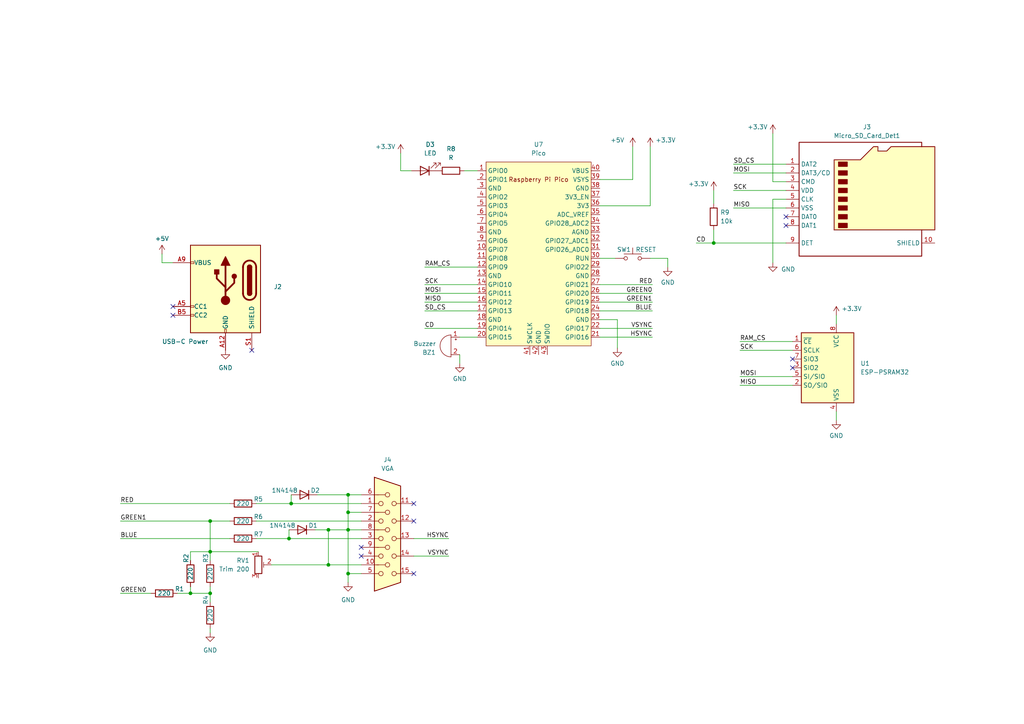
<source format=kicad_sch>
(kicad_sch (version 20230121) (generator eeschema)
  (paper "A4")
  (lib_symbols
    (symbol "Connector:DE15_Receptacle_HighDensity" (pin_names (offset 1.016) hide)
      (property "Reference" "J" (at 0 21.59 0))
      (property "Value" "DE15_Receptacle_HighDensity" (at 0 19.05 0))
      (symbol "DE15_Receptacle_HighDensity_0_1"
        (circle (center -1.905 -10.16) (radius 0.635))
        (circle (center -1.905 -5.08) (radius 0.635))
        (circle (center -1.905 0) (radius 0.635))
        (circle (center -1.905 5.08) (radius 0.635))
        (circle (center -1.905 10.16) (radius 0.635))
        (circle (center 0 -7.62) (radius 0.635))
        (circle (center 0 -2.54) (radius 0.635))
        (polyline (pts (xy -3.175 7.62) (xy -0.635 7.62)))
        (polyline (pts (xy -0.635 -7.62) (xy -3.175 -7.62)))
        (polyline (pts (xy -0.635 -2.54) (xy -3.175 -2.54)))
        (polyline (pts (xy -0.635 2.54) (xy -3.175 2.54)))
        (polyline (pts (xy -0.635 12.7) (xy -3.175 12.7)))
        (polyline (pts (xy -3.81 17.78) (xy -3.81 -15.24) (xy 3.81 -12.7) (xy 3.81 15.24) (xy -3.81 17.78)) (stroke (width 0.254)) (fill (type background)))
        (circle (center 0 2.54) (radius 0.635))
        (circle (center 0 7.62) (radius 0.635))
        (circle (center 0 12.7) (radius 0.635))
        (circle (center 1.905 -10.16) (radius 0.635))
        (circle (center 1.905 -5.08) (radius 0.635))
        (circle (center 1.905 0) (radius 0.635))
        (circle (center 1.905 5.08) (radius 0.635))
        (circle (center 1.905 10.16) (radius 0.635))
      )
      (symbol "DE15_Receptacle_HighDensity_1_1"
        (pin passive line (at -7.62 10.16 0) (length 5.08) (name "~") (number "1"))
        (pin passive line (at -7.62 -7.62 0) (length 5.08) (name "~") (number "10"))
        (pin passive line (at 7.62 10.16 180) (length 5.08) (name "~") (number "11"))
        (pin passive line (at 7.62 5.08 180) (length 5.08) (name "~") (number "12"))
        (pin passive line (at 7.62 0 180) (length 5.08) (name "~") (number "13"))
        (pin passive line (at 7.62 -5.08 180) (length 5.08) (name "~") (number "14"))
        (pin passive line (at 7.62 -10.16 180) (length 5.08) (name "~") (number "15"))
        (pin passive line (at -7.62 5.08 0) (length 5.08) (name "~") (number "2"))
        (pin passive line (at -7.62 0 0) (length 5.08) (name "~") (number "3"))
        (pin passive line (at -7.62 -5.08 0) (length 5.08) (name "~") (number "4"))
        (pin passive line (at -7.62 -10.16 0) (length 5.08) (name "~") (number "5"))
        (pin passive line (at -7.62 12.7 0) (length 5.08) (name "~") (number "6"))
        (pin passive line (at -7.62 7.62 0) (length 5.08) (name "~") (number "7"))
        (pin passive line (at -7.62 2.54 0) (length 5.08) (name "~") (number "8"))
        (pin passive line (at -7.62 -2.54 0) (length 5.08) (name "~") (number "9"))
      )
    )
    (symbol "Connector:Micro_SD_Card_Det1"
      (property "Reference" "J" (at -16.51 17.78 0))
      (property "Value" "Micro_SD_Card_Det1" (at 16.51 17.78 0))
      (symbol "Micro_SD_Card_Det1_0_1"
        (rectangle (start -7.62 -6.985) (end -5.08 -8.255) (stroke (width 0.254)) (fill (type outline)))
        (rectangle (start -7.62 -4.445) (end -5.08 -5.715) (stroke (width 0.254)) (fill (type outline)))
        (rectangle (start -7.62 -1.905) (end -5.08 -3.175) (stroke (width 0.254)) (fill (type outline)))
        (rectangle (start -7.62 0.635) (end -5.08 -0.635) (stroke (width 0.254)) (fill (type outline)))
        (rectangle (start -7.62 3.175) (end -5.08 1.905) (stroke (width 0.254)) (fill (type outline)))
        (rectangle (start -7.62 5.715) (end -5.08 4.445) (stroke (width 0.254)) (fill (type outline)))
        (rectangle (start -7.62 8.255) (end -5.08 6.985) (stroke (width 0.254)) (fill (type outline)))
        (rectangle (start -7.62 10.795) (end -5.08 9.525) (stroke (width 0.254)) (fill (type outline)))
        (polyline (pts (xy 16.51 15.24) (xy 16.51 16.51) (xy -19.05 16.51) (xy -19.05 -16.51) (xy 16.51 -16.51) (xy 16.51 -8.89)) (stroke (width 0.254)))
        (polyline (pts (xy -8.89 -8.89) (xy -8.89 11.43) (xy -1.27 11.43) (xy 2.54 15.24) (xy 3.81 15.24) (xy 3.81 13.97) (xy 6.35 13.97) (xy 7.62 15.24) (xy 20.32 15.24) (xy 20.32 -8.89) (xy -8.89 -8.89)) (stroke (width 0.254)) (fill (type background)))
      )
      (symbol "Micro_SD_Card_Det1_1_1"
        (pin bidirectional line (at -22.86 10.16 0) (length 3.81) (name "DAT2") (number "1"))
        (pin passive line (at 20.32 -12.7 180) (length 3.81) (name "SHIELD") (number "10"))
        (pin bidirectional line (at -22.86 7.62 0) (length 3.81) (name "DAT3/CD") (number "2"))
        (pin input line (at -22.86 5.08 0) (length 3.81) (name "CMD") (number "3"))
        (pin power_in line (at -22.86 2.54 0) (length 3.81) (name "VDD") (number "4"))
        (pin input line (at -22.86 0 0) (length 3.81) (name "CLK") (number "5"))
        (pin power_in line (at -22.86 -2.54 0) (length 3.81) (name "VSS") (number "6"))
        (pin bidirectional line (at -22.86 -5.08 0) (length 3.81) (name "DAT0") (number "7"))
        (pin bidirectional line (at -22.86 -7.62 0) (length 3.81) (name "DAT1") (number "8"))
        (pin passive line (at -22.86 -12.7 0) (length 3.81) (name "DET") (number "9"))
      )
    )
    (symbol "Connector:USB_C_Receptacle_PowerOnly_6P" (pin_names (offset 1.016))
      (property "Reference" "J" (at 0 16.51 0))
      (property "Value" "USB_C_Receptacle_PowerOnly_6P" (at 0 13.97 0))
      (symbol "USB_C_Receptacle_PowerOnly_6P_0_0"
        (rectangle (start -0.254 -12.7) (end 0.254 -11.684))
        (rectangle (start 10.16 -7.366) (end 9.144 -7.874))
        (rectangle (start 10.16 -4.826) (end 9.144 -5.334))
        (rectangle (start 10.16 7.874) (end 9.144 7.366))
      )
      (symbol "USB_C_Receptacle_PowerOnly_6P_0_1"
        (rectangle (start -10.16 12.7) (end 10.16 -12.7) (stroke (width 0.254)) (fill (type background)))
        (arc (start -8.89 -1.27) (mid -6.985 -3.1667) (end -5.08 -1.27) (stroke (width 0.508)))
        (arc (start -7.62 -1.27) (mid -6.985 -1.9023) (end -6.35 -1.27) (stroke (width 0.254)))
        (arc (start -7.62 -1.27) (mid -6.985 -1.9023) (end -6.35 -1.27) (stroke (width 0.254)) (fill (type outline)))
        (rectangle (start -7.62 -1.27) (end -6.35 6.35) (stroke (width 0.254)) (fill (type outline)))
        (arc (start -6.35 6.35) (mid -6.985 6.9823) (end -7.62 6.35) (stroke (width 0.254)))
        (arc (start -6.35 6.35) (mid -6.985 6.9823) (end -7.62 6.35) (stroke (width 0.254)) (fill (type outline)))
        (arc (start -5.08 6.35) (mid -6.985 8.2467) (end -8.89 6.35) (stroke (width 0.508)))
        (circle (center -2.54 3.683) (radius 0.635) (stroke (width 0.254)) (fill (type outline)))
        (circle (center 0 -3.302) (radius 1.27) (fill (type outline)))
        (polyline (pts (xy -8.89 -1.27) (xy -8.89 6.35)) (stroke (width 0.508)))
        (polyline (pts (xy -5.08 6.35) (xy -5.08 -1.27)) (stroke (width 0.508)))
        (polyline (pts (xy 0 -3.302) (xy 0 6.858)) (stroke (width 0.508)))
        (polyline (pts (xy 0 -0.762) (xy -2.54 1.778) (xy -2.54 3.048)) (stroke (width 0.508)))
        (polyline (pts (xy 0 0.508) (xy 2.54 3.048) (xy 2.54 4.318)) (stroke (width 0.508)))
        (polyline (pts (xy -1.27 6.858) (xy 0 9.398) (xy 1.27 6.858) (xy -1.27 6.858)) (stroke (width 0.254)) (fill (type outline)))
        (rectangle (start 1.905 4.318) (end 3.175 5.588) (stroke (width 0.254)) (fill (type outline)))
      )
      (symbol "USB_C_Receptacle_PowerOnly_6P_1_1"
        (pin passive line (at 0 -17.78 90) (length 5.08) (name "GND") (number "A12"))
        (pin bidirectional line (at 15.24 -5.08 180) (length 5.08) (name "CC1") (number "A5"))
        (pin passive line (at 15.24 7.62 180) (length 5.08) (name "VBUS") (number "A9"))
        (pin passive line (at 0 -17.78 90) (length 5.08) hide (name "GND") (number "B12"))
        (pin bidirectional line (at 15.24 -7.62 180) (length 5.08) (name "CC2") (number "B5"))
        (pin passive line (at 15.24 7.62 180) (length 5.08) hide (name "VBUS") (number "B9"))
        (pin passive line (at -7.62 -17.78 90) (length 5.08) (name "SHIELD") (number "S1"))
      )
    )
    (symbol "Device:Buzzer" (pin_names (offset 0.0254) hide)
      (property "Reference" "BZ" (at 3.81 1.27 0))
      (property "Value" "Buzzer" (at 3.81 -1.27 0))
      (symbol "Buzzer_0_1"
        (arc (start 0 -3.175) (mid 3.1612 0) (end 0 3.175))
        (polyline (pts (xy -1.651 1.905) (xy -1.143 1.905)))
        (polyline (pts (xy -1.397 2.159) (xy -1.397 1.651)))
        (polyline (pts (xy 0 3.175) (xy 0 -3.175)))
      )
      (symbol "Buzzer_1_1"
        (pin passive line (at -2.54 2.54 0) (length 2.54) (name "-") (number "1"))
        (pin passive line (at -2.54 -2.54 0) (length 2.54) (name "+") (number "2"))
      )
    )
    (symbol "Device:LED" (pin_numbers hide) (pin_names (offset 1.016) hide)
      (property "Reference" "D" (at 0 2.54 0))
      (property "Value" "LED" (at 0 -2.54 0))
      (symbol "LED_0_1"
        (polyline (pts (xy -1.27 -1.27) (xy -1.27 1.27)) (stroke (width 0.254)))
        (polyline (pts (xy -1.27 0) (xy 1.27 0)))
        (polyline (pts (xy 1.27 -1.27) (xy 1.27 1.27) (xy -1.27 0) (xy 1.27 -1.27)) (stroke (width 0.254)))
        (polyline (pts (xy -3.048 -0.762) (xy -4.572 -2.286) (xy -3.81 -2.286) (xy -4.572 -2.286) (xy -4.572 -1.524)))
        (polyline (pts (xy -1.778 -0.762) (xy -3.302 -2.286) (xy -2.54 -2.286) (xy -3.302 -2.286) (xy -3.302 -1.524)))
      )
      (symbol "LED_1_1"
        (pin passive line (at -3.81 0 0) (length 2.54) (name "K") (number "1"))
        (pin passive line (at 3.81 0 180) (length 2.54) (name "A") (number "2"))
      )
    )
    (symbol "Device:R" (pin_numbers hide) (pin_names (offset 0))
      (property "Reference" "R" (at 2.032 0 90))
      (property "Value" "R" (at 0 0 90))
      (symbol "R_0_1"
        (rectangle (start -1.016 -2.54) (end 1.016 2.54) (stroke (width 0.254)))
      )
      (symbol "R_1_1"
        (pin passive line (at 0 3.81 270) (length 1.27) (name "~") (number "1"))
        (pin passive line (at 0 -3.81 90) (length 1.27) (name "~") (number "2"))
      )
    )
    (symbol "Device:R_Potentiometer_Trim" (pin_names (offset 1.016) hide)
      (property "Reference" "RV" (at -4.445 0 90))
      (property "Value" "R_Potentiometer_Trim" (at -2.54 0 90))
      (symbol "R_Potentiometer_Trim_0_1"
        (polyline (pts (xy 1.524 0.762) (xy 1.524 -0.762)))
        (polyline (pts (xy 2.54 0) (xy 1.524 0)))
        (rectangle (start 1.016 2.54) (end -1.016 -2.54) (stroke (width 0.254)))
      )
      (symbol "R_Potentiometer_Trim_1_1"
        (pin passive line (at 0 3.81 270) (length 1.27) (name "1") (number "1"))
        (pin passive line (at 3.81 0 180) (length 1.27) (name "2") (number "2"))
        (pin passive line (at 0 -3.81 90) (length 1.27) (name "3") (number "3"))
      )
    )
    (symbol "Diode:1N4148" (pin_numbers hide) (pin_names hide)
      (property "Reference" "D" (at 0 2.54 0))
      (property "Value" "1N4148" (at 0 -2.54 0))
      (symbol "1N4148_0_1"
        (polyline (pts (xy -1.27 1.27) (xy -1.27 -1.27)) (stroke (width 0.254)))
        (polyline (pts (xy 1.27 0) (xy -1.27 0)))
        (polyline (pts (xy 1.27 1.27) (xy 1.27 -1.27) (xy -1.27 0) (xy 1.27 1.27)) (stroke (width 0.254)))
      )
      (symbol "1N4148_1_1"
        (pin passive line (at -3.81 0 0) (length 2.54) (name "K") (number "1"))
        (pin passive line (at 3.81 0 180) (length 2.54) (name "A") (number "2"))
      )
    )
    (symbol "MCU_RaspberryPi_and_Boards:Pico"
      (property "Reference" "U" (at -13.97 27.94 0))
      (property "Value" "Pico" (at 0 19.05 0))
      (symbol "Pico_0_0"
        (text "Raspberry Pi Pico" (at 0 21.59 0) (effects (font (size 1.27 1.27))))
      )
      (symbol "Pico_0_1"
        (rectangle (start -15.24 26.67) (end 15.24 -26.67) (fill (type background)))
      )
      (symbol "Pico_1_1"
        (pin bidirectional line (at -17.78 24.13 0) (length 2.54) (name "GPIO0") (number "1"))
        (pin bidirectional line (at -17.78 1.27 0) (length 2.54) (name "GPIO7") (number "10"))
        (pin bidirectional line (at -17.78 -1.27 0) (length 2.54) (name "GPIO8") (number "11"))
        (pin bidirectional line (at -17.78 -3.81 0) (length 2.54) (name "GPIO9") (number "12"))
        (pin power_in line (at -17.78 -6.35 0) (length 2.54) (name "GND") (number "13"))
        (pin bidirectional line (at -17.78 -8.89 0) (length 2.54) (name "GPIO10") (number "14"))
        (pin bidirectional line (at -17.78 -11.43 0) (length 2.54) (name "GPIO11") (number "15"))
        (pin bidirectional line (at -17.78 -13.97 0) (length 2.54) (name "GPIO12") (number "16"))
        (pin bidirectional line (at -17.78 -16.51 0) (length 2.54) (name "GPIO13") (number "17"))
        (pin power_in line (at -17.78 -19.05 0) (length 2.54) (name "GND") (number "18"))
        (pin bidirectional line (at -17.78 -21.59 0) (length 2.54) (name "GPIO14") (number "19"))
        (pin bidirectional line (at -17.78 21.59 0) (length 2.54) (name "GPIO1") (number "2"))
        (pin bidirectional line (at -17.78 -24.13 0) (length 2.54) (name "GPIO15") (number "20"))
        (pin bidirectional line (at 17.78 -24.13 180) (length 2.54) (name "GPIO16") (number "21"))
        (pin bidirectional line (at 17.78 -21.59 180) (length 2.54) (name "GPIO17") (number "22"))
        (pin power_in line (at 17.78 -19.05 180) (length 2.54) (name "GND") (number "23"))
        (pin bidirectional line (at 17.78 -16.51 180) (length 2.54) (name "GPIO18") (number "24"))
        (pin bidirectional line (at 17.78 -13.97 180) (length 2.54) (name "GPIO19") (number "25"))
        (pin bidirectional line (at 17.78 -11.43 180) (length 2.54) (name "GPIO20") (number "26"))
        (pin bidirectional line (at 17.78 -8.89 180) (length 2.54) (name "GPIO21") (number "27"))
        (pin power_in line (at 17.78 -6.35 180) (length 2.54) (name "GND") (number "28"))
        (pin bidirectional line (at 17.78 -3.81 180) (length 2.54) (name "GPIO22") (number "29"))
        (pin power_in line (at -17.78 19.05 0) (length 2.54) (name "GND") (number "3"))
        (pin input line (at 17.78 -1.27 180) (length 2.54) (name "RUN") (number "30"))
        (pin bidirectional line (at 17.78 1.27 180) (length 2.54) (name "GPIO26_ADC0") (number "31"))
        (pin bidirectional line (at 17.78 3.81 180) (length 2.54) (name "GPIO27_ADC1") (number "32"))
        (pin power_in line (at 17.78 6.35 180) (length 2.54) (name "AGND") (number "33"))
        (pin bidirectional line (at 17.78 8.89 180) (length 2.54) (name "GPIO28_ADC2") (number "34"))
        (pin power_in line (at 17.78 11.43 180) (length 2.54) (name "ADC_VREF") (number "35"))
        (pin power_in line (at 17.78 13.97 180) (length 2.54) (name "3V3") (number "36"))
        (pin input line (at 17.78 16.51 180) (length 2.54) (name "3V3_EN") (number "37"))
        (pin bidirectional line (at 17.78 19.05 180) (length 2.54) (name "GND") (number "38"))
        (pin power_in line (at 17.78 21.59 180) (length 2.54) (name "VSYS") (number "39"))
        (pin bidirectional line (at -17.78 16.51 0) (length 2.54) (name "GPIO2") (number "4"))
        (pin power_in line (at 17.78 24.13 180) (length 2.54) (name "VBUS") (number "40"))
        (pin input line (at -2.54 -29.21 90) (length 2.54) (name "SWCLK") (number "41"))
        (pin power_in line (at 0 -29.21 90) (length 2.54) (name "GND") (number "42"))
        (pin bidirectional line (at 2.54 -29.21 90) (length 2.54) (name "SWDIO") (number "43"))
        (pin bidirectional line (at -17.78 13.97 0) (length 2.54) (name "GPIO3") (number "5"))
        (pin bidirectional line (at -17.78 11.43 0) (length 2.54) (name "GPIO4") (number "6"))
        (pin bidirectional line (at -17.78 8.89 0) (length 2.54) (name "GPIO5") (number "7"))
        (pin power_in line (at -17.78 6.35 0) (length 2.54) (name "GND") (number "8"))
        (pin bidirectional line (at -17.78 3.81 0) (length 2.54) (name "GPIO6") (number "9"))
      )
    )
    (symbol "Memory_RAM:ESP-PSRAM32"
      (property "Reference" "U" (at 3.81 11.43 0))
      (property "Value" "ESP-PSRAM32" (at -1.27 -11.43 0))
      (symbol "ESP-PSRAM32_0_1"
        (rectangle (start -7.62 10.16) (end 7.62 -10.16) (stroke (width 0.254)) (fill (type background)))
      )
      (symbol "ESP-PSRAM32_1_1"
        (pin input line (at 10.16 7.62 180) (length 2.54) (name "~{CE}") (number "1"))
        (pin output line (at 10.16 -5.08 180) (length 2.54) (name "SO/SIO") (number "2"))
        (pin bidirectional line (at 10.16 0 180) (length 2.54) (name "SIO2") (number "3"))
        (pin power_in line (at -2.54 -12.7 90) (length 2.54) (name "VSS") (number "4"))
        (pin input line (at 10.16 -2.54 180) (length 2.54) (name "SI/SIO") (number "5"))
        (pin output line (at 10.16 5.08 180) (length 2.54) (name "SCLK") (number "6"))
        (pin bidirectional line (at 10.16 2.54 180) (length 2.54) (name "SIO3") (number "7"))
        (pin power_in line (at -2.54 12.7 270) (length 2.54) (name "VCC") (number "8"))
      )
    )
    (symbol "Switch:SW_Push" (pin_numbers hide) (pin_names (offset 1.016) hide)
      (property "Reference" "SW" (at 1.27 2.54 0))
      (property "Value" "SW_Push" (at 0 -1.524 0))
      (symbol "SW_Push_0_1"
        (circle (center -2.032 0) (radius 0.508))
        (polyline (pts (xy 0 1.27) (xy 0 3.048)))
        (polyline (pts (xy 2.54 1.27) (xy -2.54 1.27)))
        (circle (center 2.032 0) (radius 0.508))
        (pin passive line (at -5.08 0 0) (length 2.54) (name "1") (number "1"))
        (pin passive line (at 5.08 0 180) (length 2.54) (name "2") (number "2"))
      )
    )
    (symbol "power:+3.3V" (power) (pin_names (offset 0))
      (property "Value" "+3.3V" (at 0 3.556 0))
      (symbol "+3.3V_0_1"
        (polyline (pts (xy -0.762 1.27) (xy 0 2.54)))
        (polyline (pts (xy 0 0) (xy 0 2.54)))
        (polyline (pts (xy 0 2.54) (xy 0.762 1.27)))
      )
      (symbol "+3.3V_1_1"
        (pin power_in line (at 0 0 90) (length 0) hide (name "+3.3V") (number "1"))
      )
    )
    (symbol "power:+5V" (power) (pin_names (offset 0))
      (property "Value" "+5V" (at 0 3.556 0))
      (symbol "+5V_0_1"
        (polyline (pts (xy -0.762 1.27) (xy 0 2.54)))
        (polyline (pts (xy 0 0) (xy 0 2.54)))
        (polyline (pts (xy 0 2.54) (xy 0.762 1.27)))
      )
      (symbol "+5V_1_1"
        (pin power_in line (at 0 0 90) (length 0) hide (name "+5V") (number "1"))
      )
    )
    (symbol "power:GND" (power) (pin_names (offset 0))
      (property "Value" "GND" (at 0 -3.81 0))
      (symbol "GND_0_1"
        (polyline (pts (xy 0 0) (xy 0 -1.27) (xy 1.27 -1.27) (xy 0 -2.54) (xy -1.27 -1.27) (xy 0 -1.27)))
      )
      (symbol "GND_1_1"
        (pin power_in line (at 0 0 270) (length 0) hide (name "GND") (number "1"))
      )
    )
  )
  (junction (at 55.245 172.085))
  (junction (at 100.965 153.67))
  (junction (at 95.25 153.67))
  (junction (at 60.96 151.13))
  (junction (at 95.25 163.83))
  (junction (at 84.455 146.05))
  (junction (at 100.965 143.51))
  (junction (at 207.01 70.485))
  (junction (at 83.82 156.21))
  (junction (at 100.965 166.37))
  (junction (at 60.96 172.085))
  (junction (at 60.96 160.02))
  (junction (at 100.965 148.59))
  (no_connect (at 104.775 161.29))
  (no_connect (at 50.165 91.44))
  (no_connect (at 120.015 151.13))
  (no_connect (at 104.775 158.75))
  (no_connect (at 229.87 104.14))
  (no_connect (at 120.015 166.37))
  (no_connect (at 120.015 146.05))
  (no_connect (at 229.87 106.68))
  (no_connect (at 227.965 65.405))
  (no_connect (at 227.965 62.865))
  (no_connect (at 50.165 88.9))
  (no_connect (at 73.025 101.6))
  (wire (pts (xy 173.99 74.93) (xy 178.435 74.93)))
  (wire (pts (xy 214.63 109.22) (xy 229.87 109.22)))
  (wire (pts (xy 34.925 146.05) (xy 66.675 146.05)))
  (wire (pts (xy 84.455 146.05) (xy 104.775 146.05)))
  (wire (pts (xy 183.515 42.545) (xy 183.515 52.07)))
  (wire (pts (xy 100.965 153.67) (xy 104.775 153.67)))
  (wire (pts (xy 84.455 143.51) (xy 84.455 146.05)))
  (wire (pts (xy 34.925 156.21) (xy 66.675 156.21)))
  (wire (pts (xy 173.99 97.79) (xy 189.23 97.79)))
  (wire (pts (xy 116.205 49.53) (xy 119.38 49.53)))
  (wire (pts (xy 95.25 163.83) (xy 104.775 163.83)))
  (wire (pts (xy 55.245 160.02) (xy 60.96 160.02)))
  (wire (pts (xy 133.35 102.87) (xy 133.35 105.41)))
  (wire (pts (xy 193.675 77.47) (xy 193.675 74.93)))
  (wire (pts (xy 227.965 52.705) (xy 224.155 52.705)))
  (wire (pts (xy 60.96 151.13) (xy 60.96 160.02)))
  (wire (pts (xy 55.245 172.085) (xy 55.245 170.18)))
  (wire (pts (xy 60.96 182.245) (xy 60.96 183.515)))
  (wire (pts (xy 116.205 44.45) (xy 116.205 49.53)))
  (wire (pts (xy 74.295 156.21) (xy 83.82 156.21)))
  (wire (pts (xy 183.515 52.07) (xy 173.99 52.07)))
  (wire (pts (xy 91.44 153.67) (xy 95.25 153.67)))
  (wire (pts (xy 188.595 59.69) (xy 173.99 59.69)))
  (wire (pts (xy 100.965 143.51) (xy 100.965 148.59)))
  (wire (pts (xy 104.775 143.51) (xy 100.965 143.51)))
  (wire (pts (xy 173.99 95.25) (xy 189.23 95.25)))
  (wire (pts (xy 123.19 77.47) (xy 138.43 77.47)))
  (wire (pts (xy 212.725 55.245) (xy 227.965 55.245)))
  (wire (pts (xy 227.965 57.785) (xy 224.155 57.785)))
  (wire (pts (xy 123.19 90.17) (xy 138.43 90.17)))
  (wire (pts (xy 212.725 47.625) (xy 227.965 47.625)))
  (wire (pts (xy 179.07 92.71) (xy 173.99 92.71)))
  (wire (pts (xy 34.925 172.085) (xy 43.815 172.085)))
  (wire (pts (xy 100.965 148.59) (xy 100.965 153.67)))
  (wire (pts (xy 95.25 153.67) (xy 100.965 153.67)))
  (wire (pts (xy 242.57 91.44) (xy 242.57 93.98)))
  (wire (pts (xy 207.01 70.485) (xy 227.965 70.485)))
  (wire (pts (xy 214.63 99.06) (xy 229.87 99.06)))
  (wire (pts (xy 34.925 151.13) (xy 60.96 151.13)))
  (wire (pts (xy 100.965 166.37) (xy 104.775 166.37)))
  (wire (pts (xy 95.25 153.67) (xy 95.25 163.83)))
  (wire (pts (xy 74.93 160.02) (xy 60.96 160.02)))
  (wire (pts (xy 179.07 100.965) (xy 179.07 92.71)))
  (wire (pts (xy 120.015 156.21) (xy 130.175 156.21)))
  (wire (pts (xy 83.82 156.21) (xy 104.775 156.21)))
  (wire (pts (xy 55.245 172.085) (xy 60.96 172.085)))
  (wire (pts (xy 173.99 85.09) (xy 189.23 85.09)))
  (wire (pts (xy 123.19 87.63) (xy 138.43 87.63)))
  (wire (pts (xy 173.99 82.55) (xy 189.23 82.55)))
  (wire (pts (xy 207.01 55.245) (xy 207.01 59.055)))
  (wire (pts (xy 214.63 101.6) (xy 229.87 101.6)))
  (wire (pts (xy 212.725 50.165) (xy 227.965 50.165)))
  (wire (pts (xy 120.015 161.29) (xy 130.175 161.29)))
  (wire (pts (xy 100.965 153.67) (xy 100.965 166.37)))
  (wire (pts (xy 123.19 85.09) (xy 138.43 85.09)))
  (wire (pts (xy 212.725 60.325) (xy 227.965 60.325)))
  (wire (pts (xy 74.295 151.13) (xy 104.775 151.13)))
  (wire (pts (xy 188.595 42.545) (xy 188.595 59.69)))
  (wire (pts (xy 92.075 143.51) (xy 100.965 143.51)))
  (wire (pts (xy 78.74 163.83) (xy 95.25 163.83)))
  (wire (pts (xy 242.57 119.38) (xy 242.57 121.92)))
  (wire (pts (xy 74.295 146.05) (xy 84.455 146.05)))
  (wire (pts (xy 224.155 52.705) (xy 224.155 38.735)))
  (wire (pts (xy 46.99 73.66) (xy 46.99 76.2)))
  (wire (pts (xy 123.19 82.55) (xy 138.43 82.55)))
  (wire (pts (xy 173.99 87.63) (xy 189.23 87.63)))
  (wire (pts (xy 214.63 111.76) (xy 229.87 111.76)))
  (wire (pts (xy 173.99 90.17) (xy 189.23 90.17)))
  (wire (pts (xy 60.96 172.085) (xy 60.96 174.625)))
  (wire (pts (xy 133.35 97.79) (xy 138.43 97.79)))
  (wire (pts (xy 207.01 66.675) (xy 207.01 70.485)))
  (wire (pts (xy 201.93 70.485) (xy 207.01 70.485)))
  (wire (pts (xy 100.965 148.59) (xy 104.775 148.59)))
  (wire (pts (xy 134.62 49.53) (xy 138.43 49.53)))
  (wire (pts (xy 83.82 153.67) (xy 83.82 156.21)))
  (wire (pts (xy 55.245 162.56) (xy 55.245 160.02)))
  (wire (pts (xy 224.155 57.785) (xy 224.155 76.2)))
  (wire (pts (xy 51.435 172.085) (xy 55.245 172.085)))
  (wire (pts (xy 193.675 74.93) (xy 188.595 74.93)))
  (wire (pts (xy 123.19 95.25) (xy 138.43 95.25)))
  (wire (pts (xy 100.965 166.37) (xy 100.965 168.91)))
  (wire (pts (xy 60.96 151.13) (xy 66.675 151.13)))
  (wire (pts (xy 46.99 76.2) (xy 50.165 76.2)))
  (wire (pts (xy 60.96 172.085) (xy 60.96 170.18)))
  (wire (pts (xy 60.96 160.02) (xy 60.96 162.56)))
  (label "CD" (at 201.93 70.485 0))
  (label "VSYNC" (at 130.175 161.29 180))
  (label "GREEN0" (at 34.925 172.085 0))
  (label "GREEN1" (at 189.23 87.63 180))
  (label "BLUE" (at 34.925 156.21 0))
  (label "MOSI" (at 214.63 109.22 0))
  (label "CD" (at 123.19 95.25 0))
  (label "HSYNC" (at 189.23 97.79 180))
  (label "VSYNC" (at 189.23 95.25 180))
  (label "HSYNC" (at 130.175 156.21 180))
  (label "SCK" (at 212.725 55.245 0))
  (label "RED" (at 189.23 82.55 180))
  (label "GREEN1" (at 34.925 151.13 0))
  (label "SCK" (at 214.63 101.6 0))
  (label "RAM_CS" (at 214.63 99.06 0))
  (label "BLUE" (at 189.23 90.17 180))
  (label "SD_CS" (at 212.725 47.625 0))
  (label "RED" (at 34.925 146.05 0))
  (label "MOSI" (at 212.725 50.165 0))
  (label "SCK" (at 123.19 82.55 0))
  (label "SD_CS" (at 123.19 90.17 0))
  (label "MISO" (at 123.19 87.63 0))
  (label "GREEN0" (at 189.23 85.09 180))
  (label "MOSI" (at 123.19 85.09 0))
  (label "MISO" (at 212.725 60.325 0))
  (label "MISO" (at 214.63 111.76 0))
  (label "RAM_CS" (at 123.19 77.47 0))
  (symbol (lib_id "Device:R_Potentiometer_Trim") (at 74.93 163.83 0) (unit 1)
    (property "Reference" "RV1" (at 72.39 162.56 0) (effects (justify right)))
    (property "Value" "Trim 200" (at 72.39 165.1 0) (effects (justify right)))
  )
  (symbol (lib_id "Switch:SW_Push") (at 183.515 74.93 0) (unit 1)
    (property "Reference" "SW1" (at 180.975 72.39 0))
    (property "Value" "RESET" (at 187.325 72.39 0))
  )
  (symbol (lib_id "power:GND") (at 133.35 105.41 0) (unit 1)
    (property "Reference" "#PWR017" (effects hide))
    (property "Value" "GND" (at 133.35 109.855 0))
  )
  (symbol (lib_id "Device:R") (at 130.81 49.53 90) (unit 1)
    (property "Reference" "R8" (at 130.81 43.18 90))
    (property "Value" "R" (at 130.81 45.72 90))
  )
  (symbol (lib_id "Device:R") (at 70.485 146.05 90) (unit 1)
    (property "Reference" "R5" (at 74.93 144.78 90))
    (property "Value" "220" (at 70.485 146.05 90))
  )
  (symbol (lib_id "power:+3.3V") (at 207.01 55.245 0) (mirror y) (unit 1)
    (property "Reference" "#PWR08" (effects hide))
    (property "Value" "+3.3V" (at 202.565 53.34 0))
  )
  (symbol (lib_id "power:+3.3V") (at 242.57 91.44 0) (unit 1)
    (property "Reference" "#PWR014" (effects hide))
    (property "Value" "+3.3V" (at 247.015 89.535 0))
  )
  (symbol (lib_id "Device:R") (at 55.245 166.37 180) (unit 1)
    (property "Reference" "R2" (at 53.975 161.925 90))
    (property "Value" "220" (at 55.245 166.37 90))
  )
  (symbol (lib_id "Device:LED") (at 123.19 49.53 180) (unit 1)
    (property "Reference" "D3" (at 124.7775 41.91 0))
    (property "Value" "LED" (at 124.7775 44.45 0))
  )
  (symbol (lib_id "Device:Buzzer") (at 130.81 100.33 0) (mirror y) (unit 1)
    (property "Reference" "BZ1" (at 124.46 102.235 0))
    (property "Value" "Buzzer" (at 123.19 99.695 0))
  )
  (symbol (lib_id "Connector:DE15_Receptacle_HighDensity") (at 112.395 156.21 0) (unit 1)
    (property "Reference" "J4" (at 112.395 133.35 0))
    (property "Value" "VGA" (at 112.395 135.89 0))
    (property "Datasheet" " ~" (effects hide))
  )
  (symbol (lib_id "Device:R") (at 70.485 151.13 90) (unit 1)
    (property "Reference" "R6" (at 74.93 149.86 90))
    (property "Value" "220" (at 70.485 151.13 90))
  )
  (symbol (lib_id "power:+3.3V") (at 116.205 44.45 0) (mirror y) (unit 1)
    (property "Reference" "#PWR07" (effects hide))
    (property "Value" "+3.3V" (at 111.76 42.545 0))
  )
  (symbol (lib_id "power:GND") (at 65.405 101.6 0) (unit 1)
    (property "Reference" "#PWR04" (effects hide))
    (property "Value" "GND" (at 65.405 106.68 0))
  )
  (symbol (lib_id "Device:R") (at 70.485 156.21 90) (unit 1)
    (property "Reference" "R7" (at 74.93 154.94 90))
    (property "Value" "220" (at 70.485 156.21 90))
  )
  (symbol (lib_id "power:+5V") (at 46.99 73.66 0) (unit 1)
    (property "Reference" "#PWR02" (effects hide))
    (property "Value" "+5V" (at 46.99 69.215 0))
  )
  (symbol (lib_id "Device:R") (at 207.01 62.865 180) (unit 1)
    (property "Reference" "R9" (at 208.915 61.595 0) (effects (justify right)))
    (property "Value" "10k" (at 208.915 64.135 0) (effects (justify right)))
  )
  (symbol (lib_id "Device:R") (at 47.625 172.085 90) (unit 1)
    (property "Reference" "R1" (at 52.07 170.815 90))
    (property "Value" "220" (at 47.625 172.085 90))
  )
  (symbol (lib_id "power:+3.3V") (at 224.155 38.735 0) (mirror y) (unit 1)
    (property "Reference" "#PWR05" (effects hide))
    (property "Value" "+3.3V" (at 219.71 36.83 0))
  )
  (symbol (lib_id "Device:R") (at 60.96 166.37 180) (unit 1)
    (property "Reference" "R3" (at 59.69 161.925 90))
    (property "Value" "220" (at 60.96 166.37 90))
  )
  (symbol (lib_id "power:GND") (at 242.57 121.92 0) (unit 1)
    (property "Reference" "#PWR015" (effects hide))
    (property "Value" "GND" (at 242.57 126.365 0))
  )
  (symbol (lib_id "Connector:USB_C_Receptacle_PowerOnly_6P") (at 65.405 83.82 0) (mirror y) (unit 1)
    (property "Reference" "J2" (at 79.375 83.185 0) (effects (justify right)))
    (property "Value" "USB-C Power" (at 46.99 99.06 0) (effects (justify right)))
    (property "Datasheet" "https://www.usb.org/sites/default/files/documents/usb_type-c.zip" (effects hide))
  )
  (symbol (lib_id "Memory_RAM:ESP-PSRAM32") (at 240.03 106.68 0) (mirror y) (unit 1)
    (property "Reference" "U1" (at 249.555 105.41 0) (effects (justify right)))
    (property "Value" "ESP-PSRAM32" (at 249.555 107.95 0) (effects (justify right)))
    (property "Footprint" "Package_SO:SOIC-8_3.9x4.9mm_P1.27mm" (effects hide))
    (property "Datasheet" "https://www.espressif.com/sites/default/files/documentation/esp-psram32_datasheet_en.pdf" (effects hide))
  )
  (symbol (lib_id "MCU_RaspberryPi_and_Boards:Pico") (at 156.21 73.66 0) (unit 1)
    (property "Reference" "U7" (at 156.21 41.91 0))
    (property "Value" "Pico" (at 156.21 44.45 0))
    (property "Footprint" "RPi_Pico:RPi_Pico_SMD_TH" (effects hide))
  )
  (symbol (lib_id "Diode:1N4148") (at 87.63 153.67 0) (mirror y) (unit 1)
    (property "Reference" "D1" (at 90.805 152.4 0))
    (property "Value" "1N4148" (at 81.915 152.4 0))
    (property "Footprint" "Diode_THT:D_DO-35_SOD27_P7.62mm_Horizontal" (effects hide))
    (property "Datasheet" "https://assets.nexperia.com/documents/data-sheet/1N4148_1N4448.pdf" (effects hide))
    (property "Sim.Device" "D" (effects hide))
    (property "Sim.Pins" "1=K 2=A" (effects hide))
  )
  (symbol (lib_id "power:+3.3V") (at 188.595 42.545 0) (unit 1)
    (property "Reference" "#PWR010" (effects hide))
    (property "Value" "+3.3V" (at 193.04 40.64 0))
  )
  (symbol (lib_id "power:GND") (at 193.675 77.47 0) (unit 1)
    (property "Reference" "#PWR03" (effects hide))
    (property "Value" "GND" (at 193.675 81.915 0))
  )
  (symbol (lib_id "power:GND") (at 60.96 183.515 0) (unit 1)
    (property "Reference" "#PWR016" (effects hide))
    (property "Value" "GND" (at 60.96 188.595 0))
  )
  (symbol (lib_id "Diode:1N4148") (at 88.265 143.51 0) (mirror y) (unit 1)
    (property "Reference" "D2" (at 91.44 142.24 0))
    (property "Value" "1N4148" (at 82.55 142.24 0))
    (property "Footprint" "Diode_THT:D_DO-35_SOD27_P7.62mm_Horizontal" (effects hide))
    (property "Datasheet" "https://assets.nexperia.com/documents/data-sheet/1N4148_1N4448.pdf" (effects hide))
    (property "Sim.Device" "D" (effects hide))
    (property "Sim.Pins" "1=K 2=A" (effects hide))
  )
  (symbol (lib_id "power:GND") (at 179.07 100.965 0) (unit 1)
    (property "Reference" "#PWR01" (effects hide))
    (property "Value" "GND" (at 179.07 105.41 0))
  )
  (symbol (lib_id "power:GND") (at 100.965 168.91 0) (unit 1)
    (property "Reference" "#PWR021" (effects hide))
    (property "Value" "GND" (at 100.965 173.99 0))
  )
  (symbol (lib_id "power:GND") (at 224.155 76.2 0) (mirror y) (unit 1)
    (property "Reference" "#PWR06" (effects hide))
    (property "Value" "GND" (at 228.6 78.105 0))
  )
  (symbol (lib_id "Connector:Micro_SD_Card_Det1") (at 250.825 57.785 0) (unit 1)
    (property "Reference" "J3" (at 251.46 36.83 0))
    (property "Value" "Micro_SD_Card_Det1" (at 251.46 39.37 0))
    (property "Datasheet" "https://datasheet.lcsc.com/lcsc/2110151630_XKB-Connectivity-XKTF-015-N_C381082.pdf" (effects hide))
  )
  (symbol (lib_id "Device:R") (at 60.96 178.435 180) (unit 1)
    (property "Reference" "R4" (at 59.69 173.99 90))
    (property "Value" "220" (at 60.96 178.435 90))
  )
  (symbol (lib_id "power:+5V") (at 183.515 42.545 0) (mirror y) (unit 1)
    (property "Reference" "#PWR09" (effects hide))
    (property "Value" "+5V" (at 179.07 40.64 0))
  )
)
</source>
